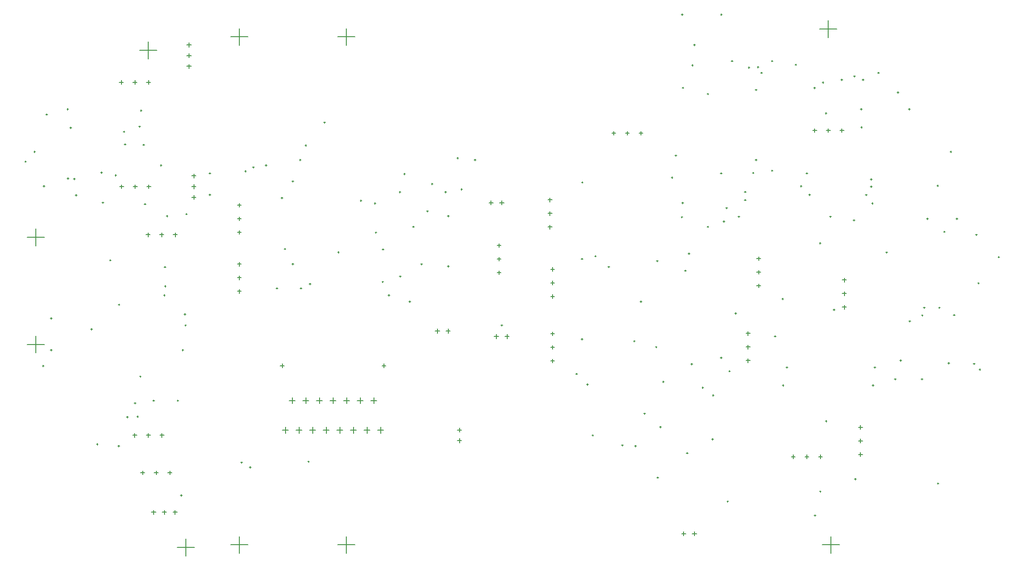
<source format=gbr>
G04*
G04 #@! TF.GenerationSoftware,Altium Limited,Altium Designer,23.9.2 (47)*
G04*
G04 Layer_Color=128*
%FSLAX44Y44*%
%MOMM*%
G71*
G04*
G04 #@! TF.SameCoordinates,DC7A7723-1311-43B5-9009-1713E082842B*
G04*
G04*
G04 #@! TF.FilePolarity,Positive*
G04*
G01*
G75*
%ADD75C,0.1270*%
D75*
X-434000Y136000D02*
X-426000D01*
X-430000Y132000D02*
Y140000D01*
X-414000Y136000D02*
X-406000D01*
X-410000Y132000D02*
Y140000D01*
X-394000Y136000D02*
X-386000D01*
X-390000Y132000D02*
Y140000D01*
X-193750Y410000D02*
X-186250D01*
X-190000Y406250D02*
Y413750D01*
X-3750Y410000D02*
X3750D01*
X0Y406250D02*
Y413750D01*
X-666000Y650000D02*
X-634000D01*
X-650000Y634000D02*
Y666000D01*
X-666000Y450000D02*
X-634000D01*
X-650000Y434000D02*
Y466000D01*
X-86000Y1025000D02*
X-54000D01*
X-70000Y1009000D02*
Y1041000D01*
X-286000Y1025000D02*
X-254000D01*
X-270000Y1009000D02*
Y1041000D01*
X-86000Y75000D02*
X-54000D01*
X-70000Y59000D02*
Y91000D01*
X-286000Y75000D02*
X-254000D01*
X-270000Y59000D02*
Y91000D01*
X814000Y1040000D02*
X846000D01*
X830000Y1024000D02*
Y1056000D01*
X819000Y75000D02*
X851000D01*
X835000Y59000D02*
Y91000D01*
X-386000Y70000D02*
X-354000D01*
X-370000Y54000D02*
Y86000D01*
X-456000Y1000000D02*
X-424000D01*
X-440000Y984000D02*
Y1016000D01*
X-418300Y280000D02*
X-410900D01*
X-414600Y276300D02*
Y283700D01*
X-443700Y280000D02*
X-436300D01*
X-440000Y276300D02*
Y283700D01*
X-469100Y280000D02*
X-461700D01*
X-465400Y276300D02*
Y283700D01*
X-359000Y765000D02*
X-351000D01*
X-355000Y761000D02*
Y769000D01*
X-359000Y745000D02*
X-351000D01*
X-355000Y741000D02*
Y749000D01*
X-359000Y725000D02*
X-351000D01*
X-355000Y721000D02*
Y729000D01*
X856300Y570400D02*
X863700D01*
X860000Y566700D02*
Y574100D01*
X856300Y545000D02*
X863700D01*
X860000Y541300D02*
Y548700D01*
X856300Y519600D02*
X863700D01*
X860000Y515900D02*
Y523300D01*
X696300Y559600D02*
X703700D01*
X700000Y555900D02*
Y563300D01*
X696300Y585000D02*
X703700D01*
X700000Y581300D02*
Y588700D01*
X696300Y610400D02*
X703700D01*
X700000Y606700D02*
Y614100D01*
X425500Y845000D02*
X432900D01*
X429200Y841300D02*
Y848700D01*
X450900Y845000D02*
X458300D01*
X454600Y841300D02*
Y848700D01*
X476300Y845000D02*
X483700D01*
X480000Y841300D02*
Y848700D01*
X311300Y470000D02*
X318700D01*
X315000Y466300D02*
Y473700D01*
X311300Y444600D02*
X318700D01*
X315000Y440900D02*
Y448300D01*
X311300Y419200D02*
X318700D01*
X315000Y415500D02*
Y422900D01*
X137000Y270000D02*
X145000D01*
X141000Y266000D02*
Y274000D01*
X137000Y290000D02*
X145000D01*
X141000Y286000D02*
Y294000D01*
X211300Y584200D02*
X218700D01*
X215000Y580500D02*
Y587900D01*
X211300Y609600D02*
X218700D01*
X215000Y605900D02*
Y613300D01*
X211300Y635000D02*
X218700D01*
X215000Y631300D02*
Y638700D01*
X311300Y539600D02*
X318700D01*
X315000Y535900D02*
Y543300D01*
X311300Y565000D02*
X318700D01*
X315000Y561300D02*
Y568700D01*
X311300Y590400D02*
X318700D01*
X315000Y586700D02*
Y594100D01*
X196000Y715000D02*
X204000D01*
X200000Y711000D02*
Y719000D01*
X216000Y715000D02*
X224000D01*
X220000Y711000D02*
Y719000D01*
X306300Y669600D02*
X313700D01*
X310000Y665900D02*
Y673300D01*
X306300Y695000D02*
X313700D01*
X310000Y691300D02*
Y698700D01*
X306300Y720400D02*
X313700D01*
X310000Y716700D02*
Y724100D01*
X-494100Y940000D02*
X-486700D01*
X-490400Y936300D02*
Y943700D01*
X-468700Y940000D02*
X-461300D01*
X-465000Y936300D02*
Y943700D01*
X-443300Y940000D02*
X-435900D01*
X-439600Y936300D02*
Y943700D01*
X206000Y465000D02*
X214000D01*
X210000Y461000D02*
Y469000D01*
X226000Y465000D02*
X234000D01*
X230000Y461000D02*
Y469000D01*
X116000Y475000D02*
X124000D01*
X120000Y471000D02*
Y479000D01*
X96000Y475000D02*
X104000D01*
X100000Y471000D02*
Y479000D01*
X-24450Y345000D02*
X-13150D01*
X-18800Y339350D02*
Y350650D01*
X-49850Y345000D02*
X-38550D01*
X-44200Y339350D02*
Y350650D01*
X-75250Y345000D02*
X-63950D01*
X-69600Y339350D02*
Y350650D01*
X-100650Y345000D02*
X-89350D01*
X-95000Y339350D02*
Y350650D01*
X-126050Y345000D02*
X-114750D01*
X-120400Y339350D02*
Y350650D01*
X-151450Y345000D02*
X-140150D01*
X-145800Y339350D02*
Y350650D01*
X-176850Y345000D02*
X-165550D01*
X-171200Y339350D02*
Y350650D01*
X-11750Y289700D02*
X-450D01*
X-6100Y284050D02*
Y295350D01*
X-37150Y289700D02*
X-25850D01*
X-31500Y284050D02*
Y295350D01*
X-62550Y289700D02*
X-51250D01*
X-56900Y284050D02*
Y295350D01*
X-87950Y289700D02*
X-76650D01*
X-82300Y284050D02*
Y295350D01*
X-113350Y289700D02*
X-102050D01*
X-107700Y284050D02*
Y295350D01*
X-138750Y289700D02*
X-127450D01*
X-133100Y284050D02*
Y295350D01*
X-164150Y289700D02*
X-152850D01*
X-158500Y284050D02*
Y295350D01*
X-189550Y289700D02*
X-178250D01*
X-183900Y284050D02*
Y295350D01*
X886300Y244200D02*
X893700D01*
X890000Y240500D02*
Y247900D01*
X886300Y269600D02*
X893700D01*
X890000Y265900D02*
Y273300D01*
X886300Y295000D02*
X893700D01*
X890000Y291300D02*
Y298700D01*
X811700Y240000D02*
X819100D01*
X815400Y236300D02*
Y243700D01*
X786300Y240000D02*
X793700D01*
X790000Y236300D02*
Y243700D01*
X760900Y240000D02*
X768300D01*
X764600Y236300D02*
Y243700D01*
X556000Y96000D02*
X564000D01*
X560000Y92000D02*
Y100000D01*
X576000Y96000D02*
X584000D01*
X580000Y92000D02*
Y100000D01*
X676300Y470400D02*
X683700D01*
X680000Y466700D02*
Y474100D01*
X676300Y445000D02*
X683700D01*
X680000Y441300D02*
Y448700D01*
X676300Y419600D02*
X683700D01*
X680000Y415900D02*
Y423300D01*
X851700Y850000D02*
X859100D01*
X855400Y846300D02*
Y853700D01*
X826300Y850000D02*
X833700D01*
X830000Y846300D02*
Y853700D01*
X800900Y850000D02*
X808300D01*
X804600Y846300D02*
Y853700D01*
X-273700Y600000D02*
X-266300D01*
X-270000Y596300D02*
Y603700D01*
X-273700Y574600D02*
X-266300D01*
X-270000Y570900D02*
Y578300D01*
X-273700Y549200D02*
X-266300D01*
X-270000Y545500D02*
Y552900D01*
X-273700Y659600D02*
X-266300D01*
X-270000Y655900D02*
Y663300D01*
X-273700Y685000D02*
X-266300D01*
X-270000Y681300D02*
Y688700D01*
X-273700Y710400D02*
X-266300D01*
X-270000Y706700D02*
Y714100D01*
X-444100Y655000D02*
X-436700D01*
X-440400Y651300D02*
Y658700D01*
X-418700Y655000D02*
X-411300D01*
X-415000Y651300D02*
Y658700D01*
X-393300Y655000D02*
X-385900D01*
X-389600Y651300D02*
Y658700D01*
X-454500Y210000D02*
X-447100D01*
X-450800Y206300D02*
Y213700D01*
X-429100Y210000D02*
X-421700D01*
X-425400Y206300D02*
Y213700D01*
X-403700Y210000D02*
X-396300D01*
X-400000Y206300D02*
Y213700D01*
X-442900Y745000D02*
X-435500D01*
X-439200Y741300D02*
Y748700D01*
X-468300Y745000D02*
X-460900D01*
X-464600Y741300D02*
Y748700D01*
X-493700Y745000D02*
X-486300D01*
X-490000Y741300D02*
Y748700D01*
X-368000Y970000D02*
X-360000D01*
X-364000Y966000D02*
Y974000D01*
X-368000Y990000D02*
X-360000D01*
X-364000Y986000D02*
Y994000D01*
X-368000Y1010000D02*
X-360000D01*
X-364000Y1006000D02*
Y1014000D01*
X877198Y951302D02*
X880198D01*
X878698Y949802D02*
Y952802D01*
X893500Y945000D02*
X896500D01*
X895000Y943500D02*
Y946500D01*
X853500Y945000D02*
X856500D01*
X855000Y943500D02*
Y946500D01*
X53500Y670000D02*
X56500D01*
X55000Y668500D02*
Y671500D01*
X79541Y698959D02*
X82541D01*
X81041Y697459D02*
Y700459D01*
X963500Y420000D02*
X966500D01*
X965000Y418500D02*
Y421500D01*
X953500Y385000D02*
X956500D01*
X955000Y383500D02*
Y386500D01*
X908500Y758698D02*
X911500D01*
X910000Y757198D02*
Y760198D01*
X908500Y745000D02*
X911500D01*
X910000Y743500D02*
Y746500D01*
X899161Y729459D02*
X902161D01*
X900661Y727959D02*
Y730959D01*
X788500Y770000D02*
X791500D01*
X790000Y768500D02*
Y771500D01*
X793676Y729824D02*
X796676D01*
X795176Y728324D02*
Y731324D01*
X777777Y745723D02*
X780777D01*
X779277Y744223D02*
Y747223D01*
X723500Y775000D02*
X726500D01*
X725000Y773500D02*
Y776500D01*
X688161Y770774D02*
X691161D01*
X689661Y769274D02*
Y772274D01*
X443636Y261258D02*
X446636D01*
X445136Y259758D02*
Y262758D01*
X468500Y260000D02*
X471500D01*
X470000Y258500D02*
Y261500D01*
X1109043Y564457D02*
X1112043D01*
X1110543Y562957D02*
Y565957D01*
X1068500Y685000D02*
X1071500D01*
X1070000Y683500D02*
Y686500D01*
X143500Y740000D02*
X146500D01*
X145000Y738500D02*
Y741500D01*
X88500Y750000D02*
X91500D01*
X90000Y748500D02*
Y751500D01*
X113500Y735000D02*
X116500D01*
X115000Y733500D02*
Y736500D01*
X68824Y600084D02*
X71824D01*
X70324Y598584D02*
Y601584D01*
X802801Y929571D02*
X805801D01*
X804301Y928071D02*
Y931071D01*
X767857Y973207D02*
X770857D01*
X769357Y971707D02*
Y974707D01*
X723500Y980000D02*
X726500D01*
X725000Y978500D02*
Y981500D01*
X697329Y968829D02*
X700329D01*
X698829Y967329D02*
Y970329D01*
X680293Y967697D02*
X683293D01*
X681793Y966197D02*
Y969196D01*
X628500Y425000D02*
X631500D01*
X630000Y423500D02*
Y426500D01*
X613500Y355000D02*
X616500D01*
X615000Y353500D02*
Y356500D01*
X520264Y380000D02*
X523264D01*
X521764Y378500D02*
Y381500D01*
X594106Y369138D02*
X597106D01*
X595606Y367638D02*
Y370638D01*
X358500Y395000D02*
X361500D01*
X360000Y393500D02*
Y396500D01*
X368500Y460000D02*
X371500D01*
X370000Y458500D02*
Y461500D01*
X-156500Y555000D02*
X-153500D01*
X-155000Y553500D02*
Y556500D01*
X-139293Y563207D02*
X-136293D01*
X-137793Y561707D02*
Y564707D01*
X-201500Y555000D02*
X-198500D01*
X-200000Y553500D02*
Y556500D01*
X378500Y375000D02*
X381500D01*
X380000Y373500D02*
Y376500D01*
X388500Y280000D02*
X391500D01*
X390000Y278500D02*
Y281500D01*
X813500Y175000D02*
X816500D01*
X815000Y173500D02*
Y176500D01*
X803500Y130000D02*
X806500D01*
X805000Y128500D02*
Y131500D01*
X1053500Y415000D02*
X1056500D01*
X1055000Y413500D02*
Y416500D01*
X1003500Y385000D02*
X1006500D01*
X1005000Y383500D02*
Y386500D01*
X-406500Y690000D02*
X-403500D01*
X-405000Y688500D02*
Y691500D01*
X-370241Y693717D02*
X-367241D01*
X-368741Y692217D02*
Y695217D01*
X-221500Y785000D02*
X-218500D01*
X-220000Y783500D02*
Y786500D01*
X-171500Y755000D02*
X-168500D01*
X-170000Y753500D02*
Y756500D01*
X556933Y930000D02*
X559933D01*
X558433Y928500D02*
Y931500D01*
X578500Y1010000D02*
X581500D01*
X580000Y1008500D02*
Y1011500D01*
X574804Y972057D02*
X577804D01*
X576304Y970557D02*
Y973557D01*
X648500Y980000D02*
X651500D01*
X650000Y978500D02*
Y981500D01*
X818500Y940000D02*
X821500D01*
X820000Y938500D02*
Y941500D01*
X-18044Y713876D02*
X-15044D01*
X-16544Y712376D02*
Y715376D01*
X28500Y735000D02*
X31500D01*
X30000Y733500D02*
Y736500D01*
X118500Y690000D02*
X121500D01*
X120000Y688500D02*
Y691500D01*
X168500Y795000D02*
X171500D01*
X170000Y793500D02*
Y796500D01*
X136149Y798499D02*
X139149D01*
X137649Y796999D02*
Y799999D01*
X673500Y720000D02*
X676500D01*
X675000Y718500D02*
Y721500D01*
X638500Y705000D02*
X641500D01*
X640000Y703500D02*
Y706500D01*
X633500Y680000D02*
X636500D01*
X635000Y678500D02*
Y681500D01*
X693500Y795000D02*
X696500D01*
X695000Y793500D02*
Y796500D01*
X603500Y670000D02*
X606500D01*
X605000Y668500D02*
Y671500D01*
X661196Y688984D02*
X664196D01*
X662696Y687484D02*
Y690484D01*
X568500Y620000D02*
X571500D01*
X570000Y618500D02*
Y621500D01*
X418500Y595000D02*
X421500D01*
X420000Y593500D02*
Y596500D01*
X368500Y610000D02*
X371500D01*
X370000Y608500D02*
Y611500D01*
X393500Y615000D02*
X396500D01*
X395000Y613500D02*
Y616500D01*
X-386500Y345000D02*
X-383500D01*
X-385000Y343500D02*
Y346500D01*
X-431500Y345000D02*
X-428500D01*
X-430000Y343500D02*
Y346500D01*
X-372120Y485784D02*
X-369120D01*
X-370620Y484284D02*
Y487284D01*
X-377200Y439302D02*
X-374200D01*
X-375700Y437802D02*
Y440802D01*
X1063500Y505000D02*
X1066500D01*
X1065000Y503500D02*
Y506500D01*
X1036056Y518698D02*
X1039056D01*
X1037556Y517198D02*
Y520198D01*
X628500Y770000D02*
X631500D01*
X630000Y768500D02*
Y771500D01*
X556250Y714561D02*
X559250D01*
X557750Y713061D02*
Y716061D01*
X910834Y713698D02*
X913834D01*
X912334Y712198D02*
Y715198D01*
X-326500Y770000D02*
X-323500D01*
X-325000Y768500D02*
Y771500D01*
X-326500Y730000D02*
X-323500D01*
X-325000Y728500D02*
Y731500D01*
X-447558Y712352D02*
X-444558D01*
X-446058Y710852D02*
Y713852D01*
X-622802Y498532D02*
X-619802D01*
X-621302Y497032D02*
Y500032D01*
X-622802Y439302D02*
X-619802D01*
X-621302Y437802D02*
Y440802D01*
X-637802Y410000D02*
X-634802D01*
X-636302Y408500D02*
Y411500D01*
X-654060Y810142D02*
X-651060D01*
X-652560Y808642D02*
Y811642D01*
X1033500Y190000D02*
X1036500D01*
X1035000Y188500D02*
Y191500D01*
X878830Y198207D02*
X881830D01*
X880330Y196707D02*
Y199707D01*
X-251500Y220000D02*
X-248500D01*
X-250000Y218500D02*
Y221500D01*
X-267303Y229197D02*
X-264303D01*
X-265803Y227697D02*
Y230697D01*
X-142293Y230836D02*
X-139293D01*
X-140793Y229336D02*
Y232336D01*
X1013500Y685000D02*
X1016500D01*
X1015000Y683500D02*
Y686500D01*
X937236Y621928D02*
X940236D01*
X938736Y620428D02*
Y623428D01*
X1032754Y746793D02*
X1035754D01*
X1034254Y745293D02*
Y748293D01*
X958800Y921307D02*
X961800D01*
X960300Y919807D02*
Y922807D01*
X-3312Y627770D02*
X-312D01*
X-1812Y626270D02*
Y629270D01*
X29000Y577224D02*
X32000D01*
X30500Y575724D02*
Y578724D01*
X-16500Y659187D02*
X-13500D01*
X-15000Y657687D02*
Y660687D01*
X-410474Y594750D02*
X-407474D01*
X-408974Y593250D02*
Y596250D01*
X-410023Y558936D02*
X-407023D01*
X-408523Y557436D02*
Y560436D01*
X-411678Y541794D02*
X-408678D01*
X-410178Y540294D02*
Y543294D01*
X7864Y541793D02*
X10864D01*
X9364Y540293D02*
Y543293D01*
X-586500Y855000D02*
X-583500D01*
X-585000Y853500D02*
Y856500D01*
X-592153Y889713D02*
X-589153D01*
X-590653Y888213D02*
Y891213D01*
X536707Y761868D02*
X539707D01*
X538207Y760368D02*
Y763368D01*
X564759Y246643D02*
X567759D01*
X566259Y245143D02*
Y248143D01*
X612333Y272678D02*
X615333D01*
X613833Y271178D02*
Y274178D01*
X514793Y295400D02*
X517793D01*
X516293Y293900D02*
Y296900D01*
X-171500Y600316D02*
X-168500D01*
X-170000Y598816D02*
Y601816D01*
X-186446Y628532D02*
X-183446D01*
X-184946Y627032D02*
Y630032D01*
X-86500Y622207D02*
X-83500D01*
X-85000Y620707D02*
Y623707D01*
X-3721Y567064D02*
X-721D01*
X-2221Y565564D02*
Y568564D01*
X-480697Y314197D02*
X-477697D01*
X-479197Y312697D02*
Y315697D01*
X-466500Y340000D02*
X-463500D01*
X-465000Y338500D02*
Y341500D01*
X-496684Y260000D02*
X-493684D01*
X-495184Y258500D02*
Y261500D01*
X-461500Y315000D02*
X-458500D01*
X-460000Y313500D02*
Y316500D01*
X-456500Y390000D02*
X-453500D01*
X-455000Y388500D02*
Y391500D01*
X-537000Y263534D02*
X-534000D01*
X-535500Y262034D02*
Y265034D01*
X-547802Y478418D02*
X-544802D01*
X-546302Y476918D02*
Y479918D01*
X-631500Y880000D02*
X-628500D01*
X-630000Y878500D02*
Y881500D01*
X-485150Y824112D02*
X-482150D01*
X-483650Y822612D02*
Y825612D01*
X46726Y529980D02*
X49726D01*
X48226Y528480D02*
Y531480D01*
X218684Y485784D02*
X221684D01*
X220184Y484284D02*
Y487284D01*
X922010Y957970D02*
X925010D01*
X923510Y956470D02*
Y959470D01*
X478526Y529980D02*
X481526D01*
X480026Y528480D02*
Y531480D01*
X640578Y156346D02*
X643578D01*
X642078Y154846D02*
Y157846D01*
X673344Y735212D02*
X676344D01*
X674844Y733712D02*
Y736712D01*
X1004000Y504274D02*
X1007000D01*
X1005500Y502774D02*
Y505774D01*
X890514Y855862D02*
X893514D01*
X892014Y854362D02*
Y857362D01*
X1045200Y660790D02*
X1048200D01*
X1046700Y659290D02*
Y662290D01*
X1100699Y413775D02*
X1103699D01*
X1102199Y412275D02*
Y415275D01*
X509000Y605926D02*
X512000D01*
X510500Y604426D02*
Y607426D01*
X369000Y752992D02*
X372000D01*
X370500Y751492D02*
Y754492D01*
X1057392Y810142D02*
X1060392D01*
X1058892Y808642D02*
Y811642D01*
X824220Y882428D02*
X827220D01*
X825720Y880928D02*
Y883928D01*
X813298Y639200D02*
X816298D01*
X814798Y637700D02*
Y640700D01*
X-44460Y718956D02*
X-41460D01*
X-42960Y717456D02*
Y720456D01*
X-192000Y724036D02*
X-189000D01*
X-190500Y722536D02*
Y725536D01*
X-260106Y773820D02*
X-257106D01*
X-258606Y772320D02*
Y775320D01*
X-245374Y781186D02*
X-242374D01*
X-243874Y779686D02*
Y782686D01*
X-112532Y865006D02*
X-109532D01*
X-111032Y863506D02*
Y866506D01*
X561330Y587892D02*
X564330D01*
X562830Y586392D02*
Y589392D01*
X554980Y687968D02*
X557980D01*
X556480Y686468D02*
Y689468D01*
X-417840Y784742D02*
X-414840D01*
X-416340Y783242D02*
Y786242D01*
X-579638Y759342D02*
X-576638D01*
X-578138Y757842D02*
Y760842D01*
X-450098Y823350D02*
X-447098D01*
X-448598Y821850D02*
Y824850D01*
X-670951Y791981D02*
X-667951D01*
X-669451Y790481D02*
Y793481D01*
X-576590Y728862D02*
X-573590D01*
X-575090Y727362D02*
Y730362D01*
X-379994Y167506D02*
X-376994D01*
X-378494Y166006D02*
Y169006D01*
X-455038Y887358D02*
X-452038D01*
X-453538Y885858D02*
Y888858D01*
X-487055Y847861D02*
X-484055D01*
X-485555Y846361D02*
Y849361D01*
X-512582Y607450D02*
X-509582D01*
X-511082Y605950D02*
Y608950D01*
X-373400Y506358D02*
X-370400D01*
X-371900Y504858D02*
Y507858D01*
X693410Y925966D02*
X696410D01*
X694910Y924466D02*
Y927466D01*
X603500Y918346D02*
X606500D01*
X605000Y916846D02*
Y919846D01*
X979964Y889898D02*
X982964D01*
X981464Y888398D02*
Y891398D01*
X890006Y889898D02*
X893006D01*
X891506Y888398D02*
Y891398D01*
X1007862Y518804D02*
X1010862D01*
X1009362Y517304D02*
Y520304D01*
X729224Y465210D02*
X732224D01*
X730724Y463710D02*
Y466710D01*
X980430Y493404D02*
X983430D01*
X981930Y491904D02*
Y494904D01*
X573500Y413372D02*
X576500D01*
X575000Y411872D02*
Y414872D01*
X824474Y306460D02*
X827474D01*
X825974Y304960D02*
Y307960D01*
X-636500Y745880D02*
X-633500D01*
X-635000Y744380D02*
Y747380D01*
X-526500Y715094D02*
X-523500D01*
X-525000Y713594D02*
Y716594D01*
X1111494Y402980D02*
X1114494D01*
X1112994Y401480D02*
Y404480D01*
X876290Y682126D02*
X879290D01*
X877790Y680626D02*
Y683626D01*
X839206Y514994D02*
X842206D01*
X840706Y513494D02*
Y516494D01*
X36820Y768740D02*
X39820D01*
X38320Y767240D02*
Y770240D01*
X-147500Y822334D02*
X-144500D01*
X-146000Y820834D02*
Y823834D01*
X-157744Y794902D02*
X-154744D01*
X-156244Y793402D02*
Y796402D01*
X485384Y320684D02*
X488384D01*
X486884Y319184D02*
Y322184D01*
X1146800Y613292D02*
X1149800D01*
X1148300Y611792D02*
Y614792D01*
X1105144Y654948D02*
X1108144D01*
X1106644Y653448D02*
Y656448D01*
X832348Y688984D02*
X835348D01*
X833848Y687484D02*
Y690484D01*
X555742Y1066682D02*
X558742D01*
X557242Y1065182D02*
Y1068182D01*
X628640Y1066682D02*
X631640D01*
X630140Y1065182D02*
Y1068182D01*
X703824Y957970D02*
X706824D01*
X705324Y956470D02*
Y959470D01*
X644000Y399932D02*
X647000D01*
X645500Y398432D02*
Y401432D01*
X751322Y407044D02*
X754322D01*
X752822Y405544D02*
Y408544D01*
X915406Y407044D02*
X918406D01*
X916906Y405544D02*
Y408544D01*
X911850Y373262D02*
X914850D01*
X913350Y371762D02*
Y374762D01*
X744000Y373262D02*
X747000D01*
X745500Y371762D02*
Y374762D01*
X506974Y445000D02*
X509974D01*
X508474Y443500D02*
Y446500D01*
X466080Y456066D02*
X469080D01*
X467580Y454566D02*
Y457566D01*
X655564Y508136D02*
X658564D01*
X657064Y506636D02*
Y509636D01*
X543804Y803284D02*
X546804D01*
X545304Y801784D02*
Y804784D01*
X118608Y596020D02*
X121608D01*
X120108Y594520D02*
Y597520D01*
X-496326Y524392D02*
X-493326D01*
X-494826Y522892D02*
Y525892D01*
X509768Y201050D02*
X512768D01*
X511268Y199550D02*
Y202550D01*
X743160Y535060D02*
X746160D01*
X744660Y533560D02*
Y536560D01*
X-502422Y766454D02*
X-499422D01*
X-500922Y764954D02*
Y767954D01*
X-457718Y857386D02*
X-454718D01*
X-456218Y855886D02*
Y858886D01*
X-591500Y760536D02*
X-588500D01*
X-590000Y759036D02*
Y762036D01*
X-528838Y771534D02*
X-525838D01*
X-527338Y770034D02*
Y773034D01*
M02*

</source>
